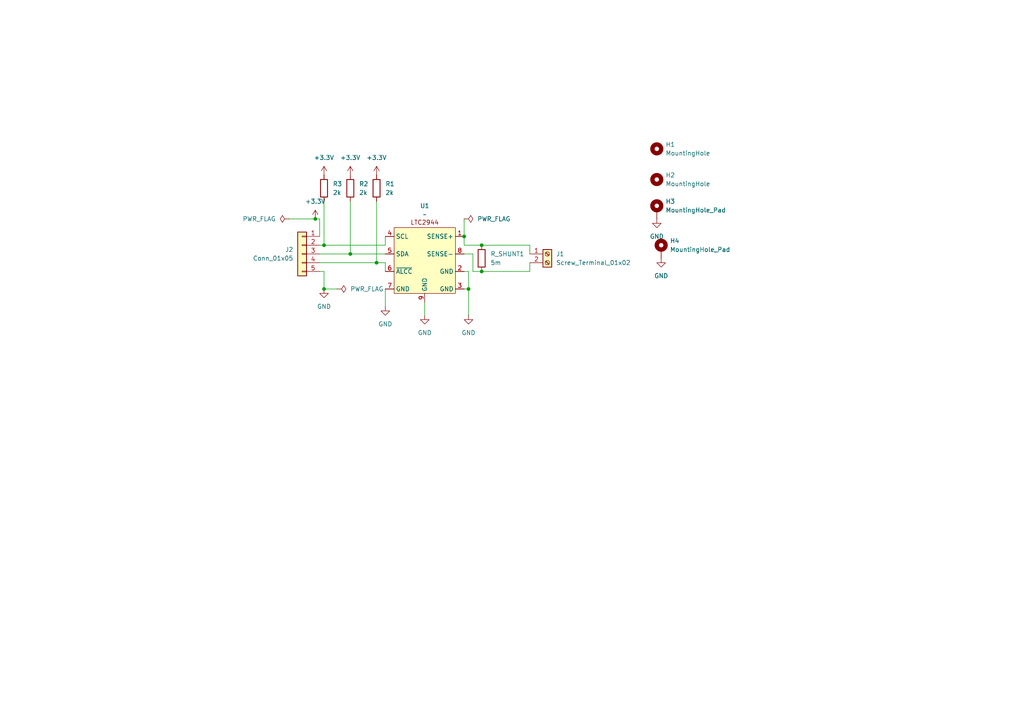
<source format=kicad_sch>
(kicad_sch (version 20231120) (generator "eeschema") (generator_version "8.0")
  (paper "A4")
  (title_block (title "Formation KiCad") (date "2024-10-13") (rev "1") (company "Exocet Polytechnique Montreal") (comment 1 "Auteur(s): Diego Campos"))
  (lib_symbols
    (symbol "Battery:LTC2944"
      (property "Reference" "U" (at 0 0 0))
      (symbol "LTC2944_1_1"
        (rectangle (start -8.89 -5.08) (end 8.89 -24.13) (fill (type color) (color 255 255 194 1)))
        (text "LTC2944" (at 0 -3.556 0) (effects (font (size 1.27 1.27))))
        (pin power_in line (at 11.43 -7.62 180) (length 2.54) (name "SENSE+") (number "1"))
        (pin input line (at 11.43 -17.78 180) (length 2.54) (name "GND") (number "2"))
        (pin input line (at 11.43 -22.86 180) (length 2.54) (name "GND") (number "3"))
        (pin input line (at -11.43 -7.62 0) (length 2.54) (name "SCL") (number "4"))
        (pin bidirectional line (at -11.43 -12.7 0) (length 2.54) (name "SDA") (number "5"))
        (pin input line (at -11.43 -17.78 0) (length 2.54) (name "~{ALCC}") (number "6"))
        (pin power_in line (at -11.43 -22.86 0) (length 2.54) (name "GND") (number "7"))
        (pin passive line (at 11.43 -12.7 180) (length 2.54) (name "SENSE-") (number "8"))
        (pin power_in line (at 0 -26.67 90) (length 2.54) (name "GND") (number "9"))
      )
    )
    (symbol "Connector:Screw_Terminal_01x02" (pin_names (offset 1.016) hide)
      (property "Reference" "J" (at 0 2.54 0))
      (property "Value" "Screw_Terminal_01x02" (at 0 -5.08 0))
      (symbol "Screw_Terminal_01x02_1_1"
        (rectangle (start -1.27 1.27) (end 1.27 -3.81) (stroke (width 0.254)) (fill (type background)))
        (circle (center 0 -2.54) (radius 0.635) (stroke (width 0.1524)))
        (polyline (pts (xy -0.5334 -2.2098) (xy 0.3302 -3.048)) (stroke (width 0.1524)))
        (polyline (pts (xy -0.5334 0.3302) (xy 0.3302 -0.508)) (stroke (width 0.1524)))
        (polyline (pts (xy -0.3556 -2.032) (xy 0.508 -2.8702)) (stroke (width 0.1524)))
        (polyline (pts (xy -0.3556 0.508) (xy 0.508 -0.3302)) (stroke (width 0.1524)))
        (circle (center 0 0) (radius 0.635) (stroke (width 0.1524)))
        (pin passive line (at -5.08 0 0) (length 3.81) (name "Pin_1") (number "1"))
        (pin passive line (at -5.08 -2.54 0) (length 3.81) (name "Pin_2") (number "2"))
      )
    )
    (symbol "Connector_Generic:Conn_01x05" (pin_names (offset 1.016) hide)
      (property "Reference" "J" (at 0 7.62 0))
      (property "Value" "Conn_01x05" (at 0 -7.62 0))
      (symbol "Conn_01x05_1_1"
        (rectangle (start -1.27 -4.953) (end 0 -5.207) (stroke (width 0.1524)))
        (rectangle (start -1.27 -2.413) (end 0 -2.667) (stroke (width 0.1524)))
        (rectangle (start -1.27 0.127) (end 0 -0.127) (stroke (width 0.1524)))
        (rectangle (start -1.27 2.667) (end 0 2.413) (stroke (width 0.1524)))
        (rectangle (start -1.27 5.207) (end 0 4.953) (stroke (width 0.1524)))
        (rectangle (start -1.27 6.35) (end 1.27 -6.35) (stroke (width 0.254)) (fill (type background)))
        (pin passive line (at -5.08 5.08 0) (length 3.81) (name "Pin_1") (number "1"))
        (pin passive line (at -5.08 2.54 0) (length 3.81) (name "Pin_2") (number "2"))
        (pin passive line (at -5.08 0 0) (length 3.81) (name "Pin_3") (number "3"))
        (pin passive line (at -5.08 -2.54 0) (length 3.81) (name "Pin_4") (number "4"))
        (pin passive line (at -5.08 -5.08 0) (length 3.81) (name "Pin_5") (number "5"))
      )
    )
    (symbol "Device:R" (pin_numbers hide) (pin_names (offset 0))
      (property "Reference" "R" (at 2.032 0 90))
      (property "Value" "R" (at 0 0 90))
      (symbol "R_0_1"
        (rectangle (start -1.016 -2.54) (end 1.016 2.54) (stroke (width 0.254)))
      )
      (symbol "R_1_1"
        (pin passive line (at 0 3.81 270) (length 1.27) (name "~") (number "1"))
        (pin passive line (at 0 -3.81 90) (length 1.27) (name "~") (number "2"))
      )
    )
    (symbol "Mechanical:MountingHole" (pin_names (offset 1.016)) (exclude_from_sim yes) (in_bom no)
      (property "Reference" "H" (at 0 5.08 0))
      (property "Value" "MountingHole" (at 0 3.175 0))
      (symbol "MountingHole_0_1"
        (circle (center 0 0) (radius 1.27) (stroke (width 1.27)))
      )
    )
    (symbol "Mechanical:MountingHole_Pad" (pin_numbers hide) (pin_names (offset 1.016) hide) (exclude_from_sim yes) (in_bom no)
      (property "Reference" "H" (at 0 6.35 0))
      (property "Value" "MountingHole_Pad" (at 0 4.445 0))
      (symbol "MountingHole_Pad_0_1"
        (circle (center 0 1.27) (radius 1.27) (stroke (width 1.27)))
      )
      (symbol "MountingHole_Pad_1_1"
        (pin input line (at 0 -2.54 90) (length 2.54) (name "1") (number "1"))
      )
    )
    (symbol "power:+3.3V" (power) (pin_numbers hide) (pin_names (offset 0) hide)
      (property "Value" "+3.3V" (at 0 3.556 0))
      (symbol "+3.3V_0_1"
        (polyline (pts (xy -0.762 1.27) (xy 0 2.54)))
        (polyline (pts (xy 0 0) (xy 0 2.54)))
        (polyline (pts (xy 0 2.54) (xy 0.762 1.27)))
      )
      (symbol "+3.3V_1_1"
        (pin power_in line (at 0 0 90) (length 0) (name "~") (number "1"))
      )
    )
    (symbol "power:GND" (power) (pin_numbers hide) (pin_names (offset 0) hide)
      (property "Value" "GND" (at 0 -3.81 0))
      (symbol "GND_0_1"
        (polyline (pts (xy 0 0) (xy 0 -1.27) (xy 1.27 -1.27) (xy 0 -2.54) (xy -1.27 -1.27) (xy 0 -1.27)))
      )
      (symbol "GND_1_1"
        (pin power_in line (at 0 0 270) (length 0) (name "~") (number "1"))
      )
    )
    (symbol "power:PWR_FLAG" (power) (pin_numbers hide) (pin_names (offset 0) hide)
      (property "Value" "PWR_FLAG" (at 0 3.81 0))
      (symbol "PWR_FLAG_0_0"
        (pin power_out line (at 0 0 90) (length 0) (name "~") (number "1"))
      )
      (symbol "PWR_FLAG_0_1"
        (polyline (pts (xy 0 0) (xy 0 1.27) (xy -1.016 1.905) (xy 0 2.54) (xy 1.016 1.905) (xy 0 1.27)))
      )
    )
  )
  (junction (at 101.6 73.66))
  (junction (at 139.7 78.74))
  (junction (at 93.98 71.12))
  (junction (at 93.98 83.82))
  (junction (at 134.62 68.58))
  (junction (at 109.22 76.2))
  (junction (at 139.7 71.12))
  (junction (at 91.44 63.5))
  (junction (at 135.89 83.82))
  (wire (pts (xy 109.22 58.42) (xy 109.22 76.2)))
  (wire (pts (xy 135.89 83.82) (xy 135.89 91.44)))
  (wire (pts (xy 134.62 83.82) (xy 135.89 83.82)))
  (wire (pts (xy 139.7 71.12) (xy 134.62 71.12)))
  (wire (pts (xy 123.19 87.63) (xy 123.19 91.44)))
  (wire (pts (xy 111.76 83.82) (xy 111.76 88.9)))
  (wire (pts (xy 134.62 78.74) (xy 135.89 78.74)))
  (wire (pts (xy 111.76 76.2) (xy 111.76 78.74)))
  (wire (pts (xy 92.71 76.2) (xy 109.22 76.2)))
  (wire (pts (xy 153.67 73.66) (xy 153.67 71.12)))
  (wire (pts (xy 137.16 78.74) (xy 137.16 73.66)))
  (wire (pts (xy 93.98 58.42) (xy 93.98 71.12)))
  (wire (pts (xy 92.71 73.66) (xy 101.6 73.66)))
  (wire (pts (xy 134.62 63.5) (xy 134.62 68.58)))
  (wire (pts (xy 101.6 73.66) (xy 111.76 73.66)))
  (wire (pts (xy 137.16 73.66) (xy 134.62 73.66)))
  (wire (pts (xy 111.76 71.12) (xy 111.76 68.58)))
  (wire (pts (xy 134.62 68.58) (xy 134.62 71.12)))
  (wire (pts (xy 153.67 76.2) (xy 153.67 78.74)))
  (wire (pts (xy 153.67 78.74) (xy 139.7 78.74)))
  (wire (pts (xy 109.22 76.2) (xy 111.76 76.2)))
  (wire (pts (xy 93.98 83.82) (xy 97.79 83.82)))
  (wire (pts (xy 92.71 63.5) (xy 91.44 63.5)))
  (wire (pts (xy 92.71 68.58) (xy 92.71 63.5)))
  (wire (pts (xy 83.82 63.5) (xy 91.44 63.5)))
  (wire (pts (xy 139.7 78.74) (xy 137.16 78.74)))
  (wire (pts (xy 153.67 71.12) (xy 139.7 71.12)))
  (wire (pts (xy 92.71 71.12) (xy 93.98 71.12)))
  (wire (pts (xy 101.6 58.42) (xy 101.6 73.66)))
  (wire (pts (xy 93.98 78.74) (xy 93.98 83.82)))
  (wire (pts (xy 93.98 71.12) (xy 111.76 71.12)))
  (wire (pts (xy 135.89 78.74) (xy 135.89 83.82)))
  (wire (pts (xy 92.71 78.74) (xy 93.98 78.74)))
  (symbol (lib_id "Connector:Screw_Terminal_01x02") (at 158.75 73.66 0) (unit 1)
    (property "Reference" "J1" (at 161.29 73.6599 0) (effects (justify left)))
    (property "Value" "Screw_Terminal_01x02" (at 161.29 76.1999 0) (effects (justify left)))
    (property "Description" "Generic screw terminal, single row, 01x02, script generated (kicad-library-utils/schlib/autogen/connector/)" (effects (hide yes)))
  )
  (symbol (lib_id "power:GND") (at 93.98 83.82 0) (unit 1)
    (property "Reference" "#PWR01" (effects (hide yes)))
    (property "Value" "GND" (at 93.98 88.9 0))
    (property "Description" "Power symbol creates a global label with name \"GND\" , ground" (effects (hide yes)))
  )
  (symbol (lib_id "Device:R") (at 109.22 54.61 0) (unit 1)
    (property "Reference" "R1" (at 111.76 53.3399 0) (effects (justify left)))
    (property "Value" "2k" (at 111.76 55.8799 0) (effects (justify left)))
    (property "Description" "Resistor" (effects (hide yes)))
  )
  (symbol (lib_id "power:PWR_FLAG") (at 83.82 63.5 90) (unit 1)
    (property "Reference" "#FLG03" (effects (hide yes)))
    (property "Value" "PWR_FLAG" (at 80.01 63.4999 90) (effects (justify left)))
    (property "Description" "Special symbol for telling ERC where power comes from" (effects (hide yes)))
  )
  (symbol (lib_id "power:+3.3V") (at 101.6 50.8 0) (unit 1)
    (property "Reference" "#PWR09" (effects (hide yes)))
    (property "Value" "+3.3V" (at 101.6 45.72 0))
    (property "Description" "Power symbol creates a global label with name \"+3.3V\"" (effects (hide yes)))
  )
  (symbol (lib_id "Mechanical:MountingHole") (at 190.5 43.18 0) (unit 1) (exclude_from_sim yes) (in_bom no)
    (property "Reference" "H1" (at 193.04 41.9099 0) (effects (justify left)))
    (property "Value" "MountingHole" (at 193.04 44.4499 0) (effects (justify left)))
    (property "Description" "Mounting Hole without connection" (effects (hide yes)))
  )
  (symbol (lib_id "power:GND") (at 111.76 88.9 0) (unit 1)
    (property "Reference" "#PWR02" (effects (hide yes)))
    (property "Value" "GND" (at 111.76 93.98 0))
    (property "Description" "Power symbol creates a global label with name \"GND\" , ground" (effects (hide yes)))
  )
  (symbol (lib_id "Device:R") (at 93.98 54.61 0) (unit 1)
    (property "Reference" "R3" (at 96.52 53.3399 0) (effects (justify left)))
    (property "Value" "2k" (at 96.52 55.8799 0) (effects (justify left)))
    (property "Description" "Resistor" (effects (hide yes)))
  )
  (symbol (lib_id "power:GND") (at 135.89 91.44 0) (unit 1)
    (property "Reference" "#PWR04" (effects (hide yes)))
    (property "Value" "GND" (at 135.89 96.52 0))
    (property "Description" "Power symbol creates a global label with name \"GND\" , ground" (effects (hide yes)))
  )
  (symbol (lib_id "Connector_Generic:Conn_01x05") (at 87.63 73.66 0) (mirror y) (unit 1)
    (property "Reference" "J2" (at 85.09 72.3899 0) (effects (justify left)))
    (property "Value" "Conn_01x05" (at 85.09 74.9299 0) (effects (justify left)))
    (property "Description" "Generic connector, single row, 01x05, script generated (kicad-library-utils/schlib/autogen/connector/)" (effects (hide yes)))
  )
  (symbol (lib_id "power:+3.3V") (at 109.22 50.8 0) (unit 1)
    (property "Reference" "#PWR010" (effects (hide yes)))
    (property "Value" "+3.3V" (at 109.22 45.72 0))
    (property "Description" "Power symbol creates a global label with name \"+3.3V\"" (effects (hide yes)))
  )
  (symbol (lib_id "Mechanical:MountingHole") (at 190.5 52.07 0) (unit 1) (exclude_from_sim yes) (in_bom no)
    (property "Reference" "H2" (at 193.04 50.7999 0) (effects (justify left)))
    (property "Value" "MountingHole" (at 193.04 53.3399 0) (effects (justify left)))
    (property "Description" "Mounting Hole without connection" (effects (hide yes)))
  )
  (symbol (lib_id "Battery:LTC2944") (at 123.19 60.96 0) (unit 1)
    (property "Reference" "U1" (at 123.19 59.69 0))
    (property "Value" "~" (at 123.19 62.23 0))
  )
  (symbol (lib_id "Mechanical:MountingHole_Pad") (at 191.77 72.39 0) (unit 1) (exclude_from_sim yes) (in_bom no)
    (property "Reference" "H4" (at 194.31 69.8499 0) (effects (justify left)))
    (property "Value" "MountingHole_Pad" (at 194.31 72.3899 0) (effects (justify left)))
    (property "Description" "Mounting Hole with connection" (effects (hide yes)))
  )
  (symbol (lib_id "Device:R") (at 139.7 74.93 0) (unit 1)
    (property "Reference" "R_SHUNT1" (at 142.24 73.6599 0) (effects (justify left)))
    (property "Value" "5m" (at 142.24 76.1999 0) (effects (justify left)))
    (property "Description" "Resistor" (effects (hide yes)))
  )
  (symbol (lib_id "power:GND") (at 191.77 74.93 0) (unit 1)
    (property "Reference" "#PWR06" (effects (hide yes)))
    (property "Value" "GND" (at 191.77 80.01 0))
    (property "Description" "Power symbol creates a global label with name \"GND\" , ground" (effects (hide yes)))
  )
  (symbol (lib_id "power:+3.3V") (at 93.98 50.8 0) (unit 1)
    (property "Reference" "#PWR08" (effects (hide yes)))
    (property "Value" "+3.3V" (at 93.98 45.72 0))
    (property "Description" "Power symbol creates a global label with name \"+3.3V\"" (effects (hide yes)))
  )
  (symbol (lib_id "power:PWR_FLAG") (at 134.62 63.5 270) (unit 1)
    (property "Reference" "#FLG01" (effects (hide yes)))
    (property "Value" "PWR_FLAG" (at 138.43 63.4999 90) (effects (justify left)))
    (property "Description" "Special symbol for telling ERC where power comes from" (effects (hide yes)))
  )
  (symbol (lib_id "Mechanical:MountingHole_Pad") (at 190.5 60.96 0) (unit 1) (exclude_from_sim yes) (in_bom no)
    (property "Reference" "H3" (at 193.04 58.4199 0) (effects (justify left)))
    (property "Value" "MountingHole_Pad" (at 193.04 60.9599 0) (effects (justify left)))
    (property "Description" "Mounting Hole with connection" (effects (hide yes)))
  )
  (symbol (lib_id "Device:R") (at 101.6 54.61 0) (unit 1)
    (property "Reference" "R2" (at 104.14 53.3399 0) (effects (justify left)))
    (property "Value" "2k" (at 104.14 55.8799 0) (effects (justify left)))
    (property "Description" "Resistor" (effects (hide yes)))
  )
  (symbol (lib_id "power:GND") (at 190.5 63.5 0) (unit 1)
    (property "Reference" "#PWR07" (effects (hide yes)))
    (property "Value" "GND" (at 190.5 68.58 0))
    (property "Description" "Power symbol creates a global label with name \"GND\" , ground" (effects (hide yes)))
  )
  (symbol (lib_id "power:+3.3V") (at 91.44 63.5 0) (unit 1)
    (property "Reference" "#PWR05" (effects (hide yes)))
    (property "Value" "+3.3V" (at 91.44 58.42 0))
    (property "Description" "Power symbol creates a global label with name \"+3.3V\"" (effects (hide yes)))
  )
  (symbol (lib_id "power:GND") (at 123.19 91.44 0) (unit 1)
    (property "Reference" "#PWR03" (effects (hide yes)))
    (property "Value" "GND" (at 123.19 96.52 0))
    (property "Description" "Power symbol creates a global label with name \"GND\" , ground" (effects (hide yes)))
  )
  (symbol (lib_id "power:PWR_FLAG") (at 97.79 83.82 270) (unit 1)
    (property "Reference" "#FLG02" (effects (hide yes)))
    (property "Value" "PWR_FLAG" (at 101.6 83.8199 90) (effects (justify left)))
    (property "Description" "Special symbol for telling ERC where power comes from" (effects (hide yes)))
  )
)
</source>
